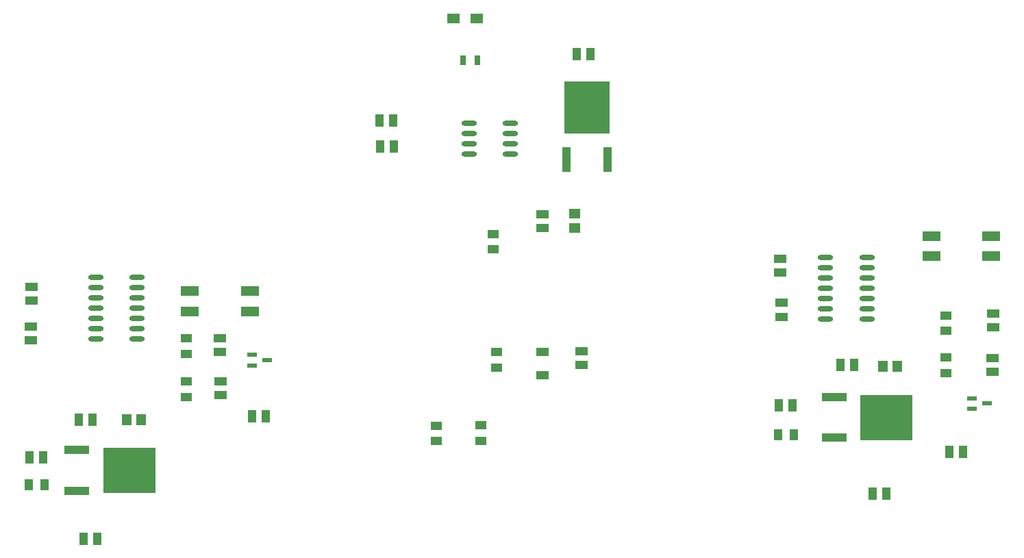
<source format=gtp>
%FSLAX44Y44*%
%MOMM*%
G71*
G01*
G75*
G04 Layer_Color=8421504*
%ADD10O,1.9500X0.6000*%
%ADD11R,1.5000X1.0000*%
%ADD12R,1.0000X1.5000*%
%ADD13R,0.8000X1.2000*%
%ADD14R,1.2000X0.6000*%
%ADD15R,2.2000X1.2000*%
%ADD16R,3.0500X1.1000*%
%ADD17R,6.5000X5.5500*%
%ADD18R,1.1000X3.0500*%
%ADD19R,5.5500X6.5000*%
%ADD20R,1.1000X1.3500*%
%ADD21R,1.3500X1.1000*%
%ADD22R,1.2500X1.4500*%
%ADD23R,1.4500X1.2500*%
%ADD24R,1.5000X1.2000*%
%ADD25R,1.5000X1.0000*%
%ADD26C,1.0000*%
%ADD27C,0.6000*%
%ADD28C,1.5000*%
%ADD29C,0.8000*%
%ADD30C,0.4000*%
%ADD31C,0.3000*%
%ADD32C,0.2000*%
%ADD33R,1.5000X1.5000*%
%ADD34C,1.5000*%
%ADD35R,1.5000X1.5000*%
%ADD36R,1.5240X1.5240*%
%ADD37C,1.5240*%
%ADD38C,4.7600*%
%ADD39R,1.6900X1.6900*%
%ADD40C,1.6900*%
%ADD41O,2.5000X1.5000*%
%ADD42C,0.7000*%
%ADD43C,1.2700*%
%ADD44R,5.3000X2.8000*%
%ADD45R,6.0000X2.1000*%
%ADD46R,3.9500X2.0500*%
%ADD47R,9.4000X6.8000*%
%ADD48R,2.4500X2.5500*%
%ADD49R,8.0000X10.0000*%
%ADD50C,0.5000*%
%ADD51C,0.2500*%
%ADD52C,0.2540*%
%ADD53C,0.0254*%
%ADD54C,0.1000*%
%ADD55C,0.1540*%
%ADD56C,0.1500*%
D10*
X666000Y676450D02*
D03*
Y689150D02*
D03*
Y701850D02*
D03*
Y714550D02*
D03*
X615000Y676450D02*
D03*
Y689150D02*
D03*
Y701850D02*
D03*
Y714550D02*
D03*
X153250Y524600D02*
D03*
Y511900D02*
D03*
Y499200D02*
D03*
Y486500D02*
D03*
Y473800D02*
D03*
Y461100D02*
D03*
Y448400D02*
D03*
X204250Y524600D02*
D03*
Y511900D02*
D03*
Y499200D02*
D03*
Y486500D02*
D03*
Y473800D02*
D03*
Y461100D02*
D03*
Y448400D02*
D03*
X1106500Y472900D02*
D03*
Y485600D02*
D03*
Y498300D02*
D03*
Y511000D02*
D03*
Y523700D02*
D03*
Y536400D02*
D03*
Y549100D02*
D03*
X1055500Y472900D02*
D03*
Y485600D02*
D03*
Y498300D02*
D03*
Y511000D02*
D03*
Y523700D02*
D03*
Y536400D02*
D03*
Y549100D02*
D03*
D11*
X753750Y415500D02*
D03*
Y432500D02*
D03*
X73750Y512750D02*
D03*
Y495750D02*
D03*
X705750Y585250D02*
D03*
Y602250D02*
D03*
X73000Y446000D02*
D03*
Y463000D02*
D03*
X307250Y378500D02*
D03*
Y395500D02*
D03*
X307000Y448750D02*
D03*
Y431750D02*
D03*
X1000500Y475500D02*
D03*
Y492500D02*
D03*
X999250Y547250D02*
D03*
Y530250D02*
D03*
X1262750Y462000D02*
D03*
Y479000D02*
D03*
X1261500Y407500D02*
D03*
Y424500D02*
D03*
D12*
X149000Y348500D02*
D03*
X132000D02*
D03*
X1073750Y415500D02*
D03*
X1090750D02*
D03*
X71000Y301500D02*
D03*
X88000D02*
D03*
X155000Y201000D02*
D03*
X138000D02*
D03*
X1113250Y256250D02*
D03*
X1130250D02*
D03*
X363500Y352750D02*
D03*
X346500D02*
D03*
X1014500Y365750D02*
D03*
X997500D02*
D03*
X1208000Y308250D02*
D03*
X1225000D02*
D03*
X504000Y717750D02*
D03*
X521000D02*
D03*
X522000Y685500D02*
D03*
X505000D02*
D03*
X764500Y800250D02*
D03*
X747500D02*
D03*
D13*
X625250Y793000D02*
D03*
X607250D02*
D03*
D14*
X1254500Y368000D02*
D03*
X1236000Y361250D02*
D03*
Y374500D02*
D03*
X346500Y428250D02*
D03*
Y415000D02*
D03*
X365000Y421750D02*
D03*
D15*
X1260000Y550250D02*
D03*
Y575250D02*
D03*
X1186000Y550250D02*
D03*
Y575250D02*
D03*
X269500Y507250D02*
D03*
Y482250D02*
D03*
X343500Y507250D02*
D03*
Y482250D02*
D03*
D16*
X130000Y310790D02*
D03*
Y260210D02*
D03*
X1066250Y325710D02*
D03*
Y376290D02*
D03*
D17*
X194500Y285500D02*
D03*
X1130750Y351000D02*
D03*
D18*
X734960Y669750D02*
D03*
X785540D02*
D03*
D19*
X760250Y734250D02*
D03*
D20*
X89500Y267500D02*
D03*
X70500D02*
D03*
X996750Y329500D02*
D03*
X1015750D02*
D03*
D21*
X265250Y448750D02*
D03*
Y429750D02*
D03*
Y376250D02*
D03*
Y395250D02*
D03*
X644500Y558750D02*
D03*
Y577750D02*
D03*
X629250Y322250D02*
D03*
Y341250D02*
D03*
X1204000Y458000D02*
D03*
Y477000D02*
D03*
X1204500Y424750D02*
D03*
Y405750D02*
D03*
X648500Y412750D02*
D03*
Y431750D02*
D03*
X574000Y340500D02*
D03*
Y321500D02*
D03*
D22*
X191500Y347750D02*
D03*
X209000D02*
D03*
X1144000Y414000D02*
D03*
X1126500D02*
D03*
D23*
X745000Y585500D02*
D03*
Y603000D02*
D03*
D24*
X624000Y844500D02*
D03*
X595000D02*
D03*
D25*
X705000Y403250D02*
D03*
Y432250D02*
D03*
M02*

</source>
